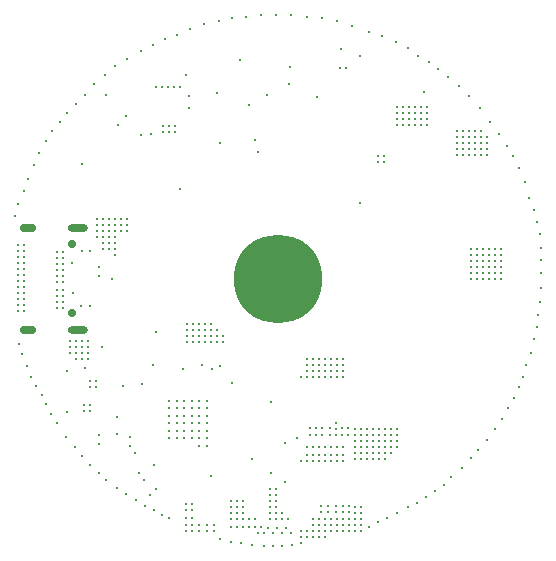
<source format=gbr>
G04 Layer_Color=0*
%FSLAX25Y25*%
%MOIN*%
%TF.FileFunction,PTH,Drill*%
%TF.Part,Single*%
G01*
G75*
%TA.AperFunction,OtherDrill*%
%ADD115C,0.29528*%
%TA.AperFunction,ComponentDrill*%
%ADD116C,0.02756*%
%TA.AperFunction,ComponentDrill*%
%ADD117O,0.05512X0.02756*%
%TA.AperFunction,ComponentDrill*%
%ADD118O,0.06693X0.02756*%
%TA.AperFunction,ViaDrill*%
%ADD119C,0.01000*%
D115*
X362201Y308701D02*
D03*
D116*
X293441Y320079D02*
D03*
Y297323D02*
D03*
D117*
X279071Y291693D02*
D03*
Y325709D02*
D03*
D118*
X295528Y325709D02*
D03*
X295528Y291693D02*
D03*
D119*
X308000Y316500D02*
D03*
X336000Y253000D02*
D03*
X338500D02*
D03*
X326000Y255500D02*
D03*
Y258000D02*
D03*
Y260500D02*
D03*
Y268000D02*
D03*
X328500D02*
D03*
X331000D02*
D03*
X333500D02*
D03*
X336000D02*
D03*
X338500D02*
D03*
X326000Y263000D02*
D03*
Y265500D02*
D03*
X321500Y238500D02*
D03*
X315000Y235000D02*
D03*
X318000Y233000D02*
D03*
X317500Y241500D02*
D03*
X311500Y237000D02*
D03*
X422000Y358000D02*
D03*
X316000Y244000D02*
D03*
X308500Y239000D02*
D03*
X319500Y236500D02*
D03*
X343000Y279500D02*
D03*
X314500Y250500D02*
D03*
X305000Y241500D02*
D03*
X313000Y253000D02*
D03*
X302500Y244000D02*
D03*
X370000Y222500D02*
D03*
Y224500D02*
D03*
X376000Y222500D02*
D03*
X384000Y231000D02*
D03*
X386000D02*
D03*
Y233000D02*
D03*
X384000D02*
D03*
X379000Y231000D02*
D03*
Y233000D02*
D03*
X378000Y222500D02*
D03*
X374000D02*
D03*
X370000Y220500D02*
D03*
X392500Y226000D02*
D03*
X367000Y220000D02*
D03*
X363500Y219500D02*
D03*
X360500D02*
D03*
X357500D02*
D03*
X353500Y220000D02*
D03*
X350000Y220500D02*
D03*
X346500Y221000D02*
D03*
X343000Y222000D02*
D03*
X400000Y250500D02*
D03*
X402000Y252500D02*
D03*
X400000D02*
D03*
Y254500D02*
D03*
X402000D02*
D03*
Y256500D02*
D03*
X400000D02*
D03*
X402000Y258500D02*
D03*
X400000D02*
D03*
X350500Y230500D02*
D03*
Y232500D02*
D03*
Y234500D02*
D03*
X348500D02*
D03*
X354500Y228500D02*
D03*
X350500D02*
D03*
X385500Y259000D02*
D03*
X383500D02*
D03*
X379500D02*
D03*
X373000D02*
D03*
X375000D02*
D03*
X372000Y282000D02*
D03*
Y280000D02*
D03*
X374000D02*
D03*
X374000Y281968D02*
D03*
X372000Y278000D02*
D03*
X374000D02*
D03*
X352500Y228500D02*
D03*
X346500Y234500D02*
D03*
X364500Y254000D02*
D03*
X368500Y255500D02*
D03*
X383500Y256500D02*
D03*
X385500D02*
D03*
X388000D02*
D03*
Y254500D02*
D03*
X390000Y256500D02*
D03*
X392000D02*
D03*
X394000D02*
D03*
X390000Y254500D02*
D03*
X392000D02*
D03*
X394000D02*
D03*
Y252500D02*
D03*
X392000D02*
D03*
X390000D02*
D03*
X388000D02*
D03*
Y250500D02*
D03*
X390000D02*
D03*
X392000D02*
D03*
X394000D02*
D03*
X396000D02*
D03*
Y252500D02*
D03*
Y254500D02*
D03*
Y256500D02*
D03*
X398000D02*
D03*
Y254500D02*
D03*
Y252500D02*
D03*
Y250500D02*
D03*
Y248500D02*
D03*
X396000D02*
D03*
X394000D02*
D03*
X392000D02*
D03*
X390000D02*
D03*
X388000D02*
D03*
X398000Y258500D02*
D03*
X396000D02*
D03*
X394000D02*
D03*
X392000D02*
D03*
X390000D02*
D03*
X388000D02*
D03*
X381500Y260500D02*
D03*
Y258500D02*
D03*
Y256500D02*
D03*
X384000Y248000D02*
D03*
Y250000D02*
D03*
X382000D02*
D03*
X380000D02*
D03*
X382000Y248000D02*
D03*
X380000D02*
D03*
X378000Y250000D02*
D03*
Y248000D02*
D03*
X376000D02*
D03*
Y250000D02*
D03*
X374000Y248000D02*
D03*
Y250000D02*
D03*
X372000Y248000D02*
D03*
X370000D02*
D03*
X374000Y228500D02*
D03*
X376000D02*
D03*
X378000D02*
D03*
X380000D02*
D03*
X382000D02*
D03*
X384000D02*
D03*
Y226500D02*
D03*
X382000D02*
D03*
X380000D02*
D03*
X378000D02*
D03*
X376000D02*
D03*
X374000D02*
D03*
Y224500D02*
D03*
X376000D02*
D03*
X378000D02*
D03*
X380000D02*
D03*
X382000D02*
D03*
X384000D02*
D03*
X386000Y226500D02*
D03*
Y228500D02*
D03*
X388000Y226500D02*
D03*
Y228500D02*
D03*
Y230500D02*
D03*
Y232500D02*
D03*
X381500Y231000D02*
D03*
Y233000D02*
D03*
X376500D02*
D03*
Y231000D02*
D03*
X390000Y232500D02*
D03*
Y230500D02*
D03*
Y228500D02*
D03*
Y226500D02*
D03*
X386000Y224500D02*
D03*
X364500Y241000D02*
D03*
X361500Y234500D02*
D03*
X359500D02*
D03*
Y232500D02*
D03*
X361500D02*
D03*
Y230500D02*
D03*
X359500D02*
D03*
Y228500D02*
D03*
X361500D02*
D03*
X363500Y230500D02*
D03*
Y228500D02*
D03*
X365500D02*
D03*
X361500Y236500D02*
D03*
X359500Y238500D02*
D03*
Y236500D02*
D03*
X361500Y238500D02*
D03*
X346500Y226000D02*
D03*
X348500D02*
D03*
X350500D02*
D03*
X346500Y228500D02*
D03*
X348500D02*
D03*
Y230500D02*
D03*
X346500D02*
D03*
X348500Y232500D02*
D03*
X352500Y226000D02*
D03*
X355500Y224000D02*
D03*
X354500Y226000D02*
D03*
X356500D02*
D03*
X359000Y225500D02*
D03*
X362000D02*
D03*
X363500Y224000D02*
D03*
X365000Y225500D02*
D03*
X379500Y256500D02*
D03*
X377000D02*
D03*
X375000D02*
D03*
X373000D02*
D03*
X377000Y259000D02*
D03*
X357500Y224000D02*
D03*
X360500D02*
D03*
X366500D02*
D03*
X426500Y318500D02*
D03*
X428500D02*
D03*
X430500D02*
D03*
X432500D02*
D03*
X434500D02*
D03*
X436500D02*
D03*
Y316500D02*
D03*
X434500D02*
D03*
Y314500D02*
D03*
X436500D02*
D03*
X432500Y316500D02*
D03*
X430500D02*
D03*
X428500D02*
D03*
X426500D02*
D03*
Y314500D02*
D03*
X428500D02*
D03*
X430500D02*
D03*
X432500D02*
D03*
X426500Y312500D02*
D03*
X428500D02*
D03*
X430500D02*
D03*
X432500D02*
D03*
X434500D02*
D03*
X436500D02*
D03*
Y310500D02*
D03*
X434500D02*
D03*
X432500D02*
D03*
X430500D02*
D03*
X428500D02*
D03*
X426500D02*
D03*
Y308500D02*
D03*
X428500D02*
D03*
X430500D02*
D03*
X432500D02*
D03*
X434500D02*
D03*
X436500D02*
D03*
X360000Y243969D02*
D03*
X340000Y293500D02*
D03*
X338000D02*
D03*
X340000Y291500D02*
D03*
Y289500D02*
D03*
Y287500D02*
D03*
X338000Y291500D02*
D03*
Y289500D02*
D03*
X336000D02*
D03*
Y291500D02*
D03*
Y293500D02*
D03*
X334000Y289500D02*
D03*
X332000D02*
D03*
X342000Y287500D02*
D03*
Y289500D02*
D03*
Y291500D02*
D03*
X344000Y289500D02*
D03*
Y287500D02*
D03*
X376000Y278000D02*
D03*
X378000D02*
D03*
X380000D02*
D03*
X382000D02*
D03*
X384000D02*
D03*
Y276000D02*
D03*
X382000D02*
D03*
X380000D02*
D03*
X378000D02*
D03*
X376000D02*
D03*
X374000D02*
D03*
X372000D02*
D03*
X370000D02*
D03*
X302500Y312500D02*
D03*
Y309500D02*
D03*
X294000Y304000D02*
D03*
X308673Y262673D02*
D03*
X346500Y232500D02*
D03*
X321500Y291000D02*
D03*
X333500Y260500D02*
D03*
X331000D02*
D03*
X336000D02*
D03*
Y263000D02*
D03*
X331000D02*
D03*
X333500D02*
D03*
X331000Y258000D02*
D03*
X333500D02*
D03*
X336000D02*
D03*
Y265500D02*
D03*
X333500D02*
D03*
X331000D02*
D03*
X328500D02*
D03*
Y263000D02*
D03*
X338500D02*
D03*
Y265500D02*
D03*
Y260500D02*
D03*
Y258000D02*
D03*
X328500D02*
D03*
Y260500D02*
D03*
Y255500D02*
D03*
X331000D02*
D03*
X333500D02*
D03*
X336000D02*
D03*
X338500D02*
D03*
X347000Y274000D02*
D03*
X340390Y278610D02*
D03*
X302000Y326500D02*
D03*
X304000D02*
D03*
X306000D02*
D03*
Y324500D02*
D03*
X304000D02*
D03*
X302000D02*
D03*
X304000Y322500D02*
D03*
X306000D02*
D03*
X308000Y324500D02*
D03*
Y326500D02*
D03*
Y328500D02*
D03*
X306000D02*
D03*
X304000D02*
D03*
X302000D02*
D03*
X308000Y322500D02*
D03*
X304000Y320500D02*
D03*
X306000D02*
D03*
X308000D02*
D03*
X310000Y324500D02*
D03*
Y326500D02*
D03*
Y328500D02*
D03*
X308000Y318500D02*
D03*
X306000D02*
D03*
X293000Y288000D02*
D03*
X295000D02*
D03*
X297000D02*
D03*
X299000D02*
D03*
Y286000D02*
D03*
X297000D02*
D03*
X295000D02*
D03*
X293000D02*
D03*
Y284000D02*
D03*
X295000D02*
D03*
X297000D02*
D03*
X299000D02*
D03*
X302000Y322500D02*
D03*
X304000Y318500D02*
D03*
X299500Y299500D02*
D03*
X296500D02*
D03*
X299500Y318000D02*
D03*
X297000D02*
D03*
X290500Y313500D02*
D03*
Y311500D02*
D03*
X288500D02*
D03*
X290500Y299000D02*
D03*
X288500D02*
D03*
X290500Y301000D02*
D03*
X288500D02*
D03*
X290500Y303000D02*
D03*
X288500D02*
D03*
X290500Y305000D02*
D03*
X288500D02*
D03*
X297000Y347000D02*
D03*
X299000Y282000D02*
D03*
X297000D02*
D03*
X295000D02*
D03*
X316500Y356500D02*
D03*
X333500Y229000D02*
D03*
Y226500D02*
D03*
X336000D02*
D03*
X338500D02*
D03*
X341000D02*
D03*
Y224500D02*
D03*
X338500D02*
D03*
X336000D02*
D03*
X333500D02*
D03*
X298000Y279000D02*
D03*
X299500Y264500D02*
D03*
Y274500D02*
D03*
Y266500D02*
D03*
X301500Y272500D02*
D03*
X299500D02*
D03*
X297500Y266500D02*
D03*
Y264500D02*
D03*
X301500Y274500D02*
D03*
X310500Y273000D02*
D03*
X380000Y280000D02*
D03*
X378000Y282000D02*
D03*
X307000Y308500D02*
D03*
X332500Y365500D02*
D03*
Y369500D02*
D03*
X349500Y381500D02*
D03*
X358500Y370000D02*
D03*
X343000Y354000D02*
D03*
X290500Y315500D02*
D03*
X288500Y313500D02*
D03*
X290500Y317500D02*
D03*
X288500Y315500D02*
D03*
X353500Y248500D02*
D03*
X288500Y317500D02*
D03*
X303500Y286000D02*
D03*
X355500Y351000D02*
D03*
X374000Y252413D02*
D03*
X376000Y252500D02*
D03*
X378000D02*
D03*
X380000D02*
D03*
X382000D02*
D03*
X384000D02*
D03*
X317000Y273500D02*
D03*
X292000Y278000D02*
D03*
X321000Y246500D02*
D03*
X372000Y224500D02*
D03*
Y222500D02*
D03*
X388000Y224500D02*
D03*
X390000D02*
D03*
X424000Y350000D02*
D03*
X426000D02*
D03*
X428000D02*
D03*
Y352000D02*
D03*
X426000D02*
D03*
X424000D02*
D03*
Y354000D02*
D03*
X426000D02*
D03*
X428000D02*
D03*
Y356000D02*
D03*
X426000D02*
D03*
X424000D02*
D03*
X422000D02*
D03*
X430000D02*
D03*
Y354000D02*
D03*
Y352000D02*
D03*
Y350000D02*
D03*
X432000D02*
D03*
Y352000D02*
D03*
Y354000D02*
D03*
Y356000D02*
D03*
X430000Y358000D02*
D03*
X428000D02*
D03*
X426000D02*
D03*
X424000D02*
D03*
X311500Y363000D02*
D03*
X395500Y349500D02*
D03*
X397500D02*
D03*
Y347500D02*
D03*
X395500D02*
D03*
X290500Y309500D02*
D03*
X288500D02*
D03*
Y307500D02*
D03*
X290500D02*
D03*
X312000Y328500D02*
D03*
Y326500D02*
D03*
Y324500D02*
D03*
X332000Y287500D02*
D03*
X334000D02*
D03*
X336000D02*
D03*
X338000D02*
D03*
X277500Y320000D02*
D03*
X275500D02*
D03*
Y318000D02*
D03*
X277500D02*
D03*
Y316000D02*
D03*
X275500D02*
D03*
Y314000D02*
D03*
X277500D02*
D03*
Y312000D02*
D03*
X275500D02*
D03*
Y310000D02*
D03*
X277500D02*
D03*
Y308000D02*
D03*
X275500D02*
D03*
Y306000D02*
D03*
X277500D02*
D03*
X275500Y304000D02*
D03*
Y302000D02*
D03*
Y300000D02*
D03*
Y298000D02*
D03*
X277500D02*
D03*
Y300000D02*
D03*
Y302000D02*
D03*
Y304000D02*
D03*
X274500Y329500D02*
D03*
X275500Y333500D02*
D03*
X277500Y338000D02*
D03*
X279000Y342000D02*
D03*
X281000Y346500D02*
D03*
X282500Y350500D02*
D03*
X285000Y354500D02*
D03*
X287000Y358000D02*
D03*
X292000Y364000D02*
D03*
X295000Y367000D02*
D03*
X298000Y370000D02*
D03*
X301000Y373500D02*
D03*
X304500Y376500D02*
D03*
X308000Y379500D02*
D03*
X312000Y382000D02*
D03*
X316500Y384500D02*
D03*
X320500Y386500D02*
D03*
X324500Y388500D02*
D03*
X328500Y390000D02*
D03*
X333000Y392000D02*
D03*
X337500Y393500D02*
D03*
X342500Y394500D02*
D03*
X347000Y395500D02*
D03*
X351500Y396000D02*
D03*
X356500Y396500D02*
D03*
X361500D02*
D03*
X366500D02*
D03*
X372000Y396000D02*
D03*
X377000Y395500D02*
D03*
X382000Y394500D02*
D03*
X387000Y393000D02*
D03*
X392500Y391000D02*
D03*
X397000Y389500D02*
D03*
X401500Y387500D02*
D03*
X405500Y385500D02*
D03*
X409000Y383000D02*
D03*
X412500Y381000D02*
D03*
X415500Y378500D02*
D03*
X419000Y376000D02*
D03*
X422500Y373000D02*
D03*
X426000Y369500D02*
D03*
X429500Y365500D02*
D03*
X276000Y287000D02*
D03*
X277000Y283500D02*
D03*
X278500Y279500D02*
D03*
X280000Y276000D02*
D03*
X281500Y273000D02*
D03*
X283500Y270000D02*
D03*
X285000Y267000D02*
D03*
X286500Y263500D02*
D03*
X288500Y260500D02*
D03*
X291500Y256000D02*
D03*
X326000Y229000D02*
D03*
X433000Y361000D02*
D03*
X436000Y357000D02*
D03*
X438500Y353000D02*
D03*
X440500Y349500D02*
D03*
X442500Y345500D02*
D03*
X444500Y341000D02*
D03*
X446000Y335500D02*
D03*
X447500Y331500D02*
D03*
X448500Y327500D02*
D03*
X449500Y323500D02*
D03*
X450000Y315000D02*
D03*
X449500Y301000D02*
D03*
X449000Y296500D02*
D03*
X448500Y292500D02*
D03*
X447500Y288500D02*
D03*
X446500Y284000D02*
D03*
X445000Y280000D02*
D03*
X360000Y267500D02*
D03*
X372000Y252500D02*
D03*
Y250000D02*
D03*
X402000Y366000D02*
D03*
X404000D02*
D03*
X406000D02*
D03*
X408000D02*
D03*
X410000D02*
D03*
X412000D02*
D03*
Y364000D02*
D03*
X410000D02*
D03*
X408000D02*
D03*
X406000D02*
D03*
X404000D02*
D03*
X402000D02*
D03*
Y362000D02*
D03*
X404000D02*
D03*
X406000D02*
D03*
X408000D02*
D03*
X410000D02*
D03*
X412000D02*
D03*
Y360000D02*
D03*
X410000D02*
D03*
X408000D02*
D03*
X406000D02*
D03*
X404000D02*
D03*
X402000D02*
D03*
X334000Y293500D02*
D03*
X332000D02*
D03*
Y291500D02*
D03*
X334000D02*
D03*
X444000Y276000D02*
D03*
X442500Y272500D02*
D03*
X441000Y269000D02*
D03*
X439000Y265500D02*
D03*
X437000Y262000D02*
D03*
X434500Y258500D02*
D03*
X432000Y255000D02*
D03*
X429000Y251500D02*
D03*
X426500Y249000D02*
D03*
X423500Y245500D02*
D03*
X420000Y242500D02*
D03*
X414500Y238000D02*
D03*
X411500Y236000D02*
D03*
X408500Y234000D02*
D03*
X405500Y232500D02*
D03*
X402000Y230500D02*
D03*
X398500Y229000D02*
D03*
X395500Y227500D02*
D03*
X292000Y264327D02*
D03*
X422000Y354000D02*
D03*
Y352000D02*
D03*
Y350000D02*
D03*
X450000Y305500D02*
D03*
Y310500D02*
D03*
Y319000D02*
D03*
X417500Y240000D02*
D03*
X289500Y361000D02*
D03*
X389500Y334000D02*
D03*
X305000Y370000D02*
D03*
X352500Y366500D02*
D03*
X324000Y357500D02*
D03*
Y359500D02*
D03*
X328000D02*
D03*
Y357500D02*
D03*
X323500Y230000D02*
D03*
X321000Y231500D02*
D03*
X326000Y357500D02*
D03*
Y359500D02*
D03*
X411000Y370827D02*
D03*
X385000Y379000D02*
D03*
X383000D02*
D03*
X366000Y373500D02*
D03*
X389500Y383000D02*
D03*
X366224Y379224D02*
D03*
X383327Y385327D02*
D03*
X320000Y357000D02*
D03*
X331587Y376413D02*
D03*
X375327Y369327D02*
D03*
X321500Y372500D02*
D03*
X323500D02*
D03*
X325500D02*
D03*
X327500D02*
D03*
X329500D02*
D03*
Y338500D02*
D03*
X342000Y370500D02*
D03*
X308673Y257000D02*
D03*
X294500Y252500D02*
D03*
X297000Y249500D02*
D03*
X302500Y253500D02*
D03*
Y256500D02*
D03*
X299500Y246500D02*
D03*
X313000Y256000D02*
D03*
X337000Y280000D02*
D03*
X330500Y278500D02*
D03*
X333500Y233500D02*
D03*
Y231500D02*
D03*
X331500Y229000D02*
D03*
Y226500D02*
D03*
Y233500D02*
D03*
Y224500D02*
D03*
Y231500D02*
D03*
X340000Y243000D02*
D03*
X354500Y355000D02*
D03*
X309000Y360000D02*
D03*
X320500Y280025D02*
D03*
X376000Y280000D02*
D03*
X378000D02*
D03*
X376000Y282000D02*
D03*
X382000Y280000D02*
D03*
X384000D02*
D03*
Y282000D02*
D03*
X382000D02*
D03*
X380000D02*
D03*
X293500Y314000D02*
D03*
%TF.MD5,8AC29283342E240181AE4DB069DF7303*%
M02*

</source>
